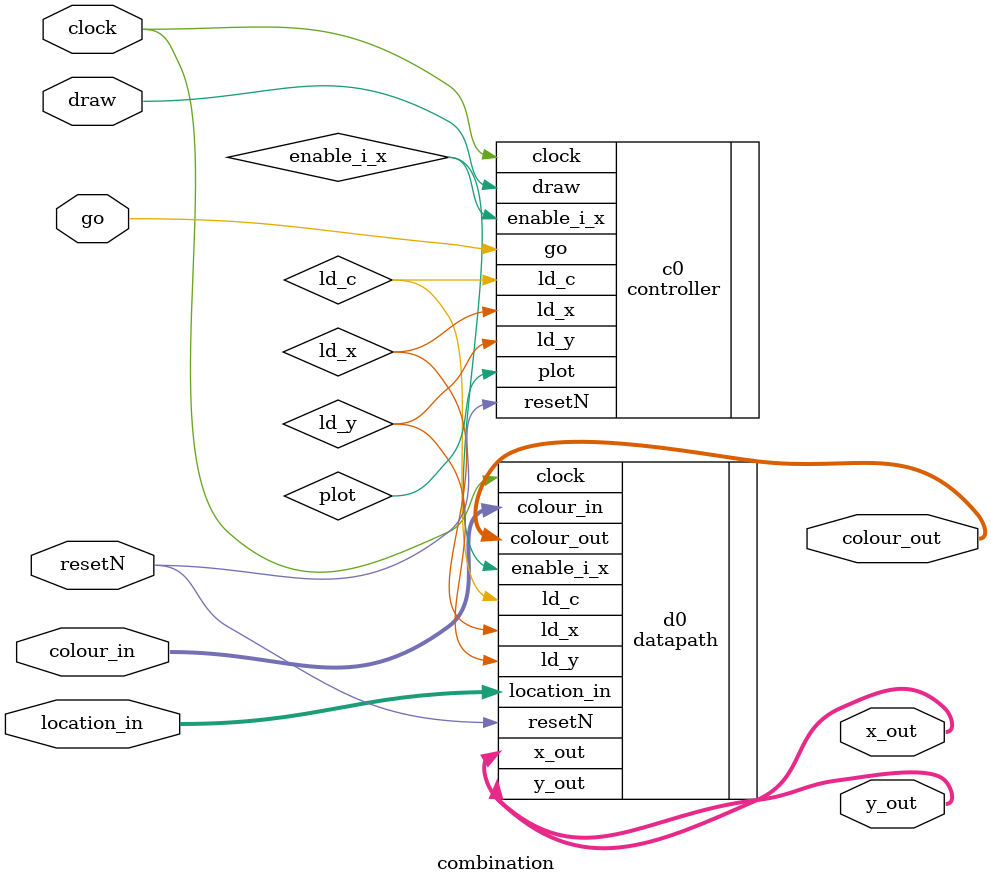
<source format=v>
module combination(go, clock, resetN, draw, colour_in, location_in, x_out, y_out, colour_out);
	input clock, resetN, go, draw;
	input [2:0] colour_in;
	input [6:0] location_in;
	output [7:0] x_out;
	output [6:0] y_out;
	output [2:0] colour_out;
	
	wire ld_x, ld_y, ld_c, plot, enable_i_x;
	
	controller c0(.go(go), .resetN(resetN), .clock(clock), .draw(draw), .ld_x(ld_x), .ld_y(ld_y), .ld_c(ld_c), .enable_i_x(enable_i_x), .plot(plot)
	);
	
	datapath d0(.location_in(location_in), .colour_in(colour_in), .clock(clock), .resetN(resetN), .enable_i_x(enable_i_x), .ld_x(ld_x), .ld_y(ld_y), .ld_c(ld_c), .x_out(x_out), .y_out(y_out), .colour_out(colour_out)
	);
	
endmodule
</source>
